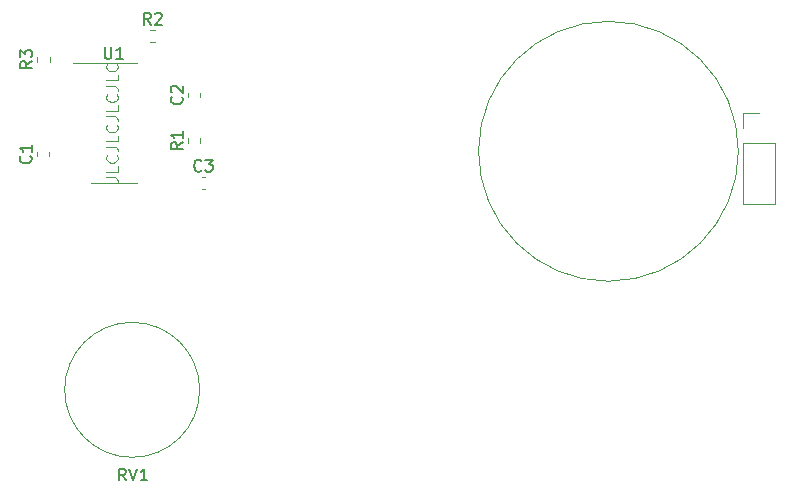
<source format=gbr>
%TF.GenerationSoftware,KiCad,Pcbnew,(5.1.9-0-10_14)*%
%TF.CreationDate,2021-02-13T20:36:48+01:00*%
%TF.ProjectId,f_buzzer,665f6275-7a7a-4657-922e-6b696361645f,rev?*%
%TF.SameCoordinates,Original*%
%TF.FileFunction,Legend,Top*%
%TF.FilePolarity,Positive*%
%FSLAX46Y46*%
G04 Gerber Fmt 4.6, Leading zero omitted, Abs format (unit mm)*
G04 Created by KiCad (PCBNEW (5.1.9-0-10_14)) date 2021-02-13 20:36:48*
%MOMM*%
%LPD*%
G01*
G04 APERTURE LIST*
%ADD10C,0.100000*%
%ADD11C,0.120000*%
%ADD12C,0.150000*%
G04 APERTURE END LIST*
D10*
X126292380Y-90359047D02*
X127006666Y-90359047D01*
X127149523Y-90406666D01*
X127244761Y-90501904D01*
X127292380Y-90644761D01*
X127292380Y-90740000D01*
X127292380Y-89406666D02*
X127292380Y-89882857D01*
X126292380Y-89882857D01*
X127197142Y-88501904D02*
X127244761Y-88549523D01*
X127292380Y-88692380D01*
X127292380Y-88787619D01*
X127244761Y-88930476D01*
X127149523Y-89025714D01*
X127054285Y-89073333D01*
X126863809Y-89120952D01*
X126720952Y-89120952D01*
X126530476Y-89073333D01*
X126435238Y-89025714D01*
X126340000Y-88930476D01*
X126292380Y-88787619D01*
X126292380Y-88692380D01*
X126340000Y-88549523D01*
X126387619Y-88501904D01*
X126292380Y-87787619D02*
X127006666Y-87787619D01*
X127149523Y-87835238D01*
X127244761Y-87930476D01*
X127292380Y-88073333D01*
X127292380Y-88168571D01*
X127292380Y-86835238D02*
X127292380Y-87311428D01*
X126292380Y-87311428D01*
X127197142Y-85930476D02*
X127244761Y-85978095D01*
X127292380Y-86120952D01*
X127292380Y-86216190D01*
X127244761Y-86359047D01*
X127149523Y-86454285D01*
X127054285Y-86501904D01*
X126863809Y-86549523D01*
X126720952Y-86549523D01*
X126530476Y-86501904D01*
X126435238Y-86454285D01*
X126340000Y-86359047D01*
X126292380Y-86216190D01*
X126292380Y-86120952D01*
X126340000Y-85978095D01*
X126387619Y-85930476D01*
X126292380Y-85216190D02*
X127006666Y-85216190D01*
X127149523Y-85263809D01*
X127244761Y-85359047D01*
X127292380Y-85501904D01*
X127292380Y-85597142D01*
X127292380Y-84263809D02*
X127292380Y-84740000D01*
X126292380Y-84740000D01*
X127197142Y-83359047D02*
X127244761Y-83406666D01*
X127292380Y-83549523D01*
X127292380Y-83644761D01*
X127244761Y-83787619D01*
X127149523Y-83882857D01*
X127054285Y-83930476D01*
X126863809Y-83978095D01*
X126720952Y-83978095D01*
X126530476Y-83930476D01*
X126435238Y-83882857D01*
X126340000Y-83787619D01*
X126292380Y-83644761D01*
X126292380Y-83549523D01*
X126340000Y-83406666D01*
X126387619Y-83359047D01*
X126292380Y-82644761D02*
X127006666Y-82644761D01*
X127149523Y-82692380D01*
X127244761Y-82787619D01*
X127292380Y-82930476D01*
X127292380Y-83025714D01*
X127292380Y-81692380D02*
X127292380Y-82168571D01*
X126292380Y-82168571D01*
X127197142Y-80787619D02*
X127244761Y-80835238D01*
X127292380Y-80978095D01*
X127292380Y-81073333D01*
X127244761Y-81216190D01*
X127149523Y-81311428D01*
X127054285Y-81359047D01*
X126863809Y-81406666D01*
X126720952Y-81406666D01*
X126530476Y-81359047D01*
X126435238Y-81311428D01*
X126340000Y-81216190D01*
X126292380Y-81073333D01*
X126292380Y-80978095D01*
X126340000Y-80835238D01*
X126387619Y-80787619D01*
D11*
%TO.C,U1*%
X126920000Y-90840000D02*
X128870000Y-90840000D01*
X126920000Y-90840000D02*
X124970000Y-90840000D01*
X126920000Y-80720000D02*
X128870000Y-80720000D01*
X126920000Y-80720000D02*
X123470000Y-80720000D01*
%TO.C,BZ2*%
X179820000Y-88170000D02*
G75*
G03*
X179820000Y-88170000I-11000000J0D01*
G01*
%TO.C,R3*%
X121512500Y-80627258D02*
X121512500Y-80152742D01*
X120467500Y-80627258D02*
X120467500Y-80152742D01*
%TO.C,R2*%
X129992742Y-78942500D02*
X130467258Y-78942500D01*
X129992742Y-77897500D02*
X130467258Y-77897500D01*
%TO.C,R1*%
X133217500Y-87012742D02*
X133217500Y-87487258D01*
X134262500Y-87012742D02*
X134262500Y-87487258D01*
%TO.C,C3*%
X134374420Y-91370000D02*
X134655580Y-91370000D01*
X134374420Y-90350000D02*
X134655580Y-90350000D01*
%TO.C,C2*%
X134260000Y-83540580D02*
X134260000Y-83259420D01*
X133240000Y-83540580D02*
X133240000Y-83259420D01*
%TO.C,C1*%
X120450000Y-88259420D02*
X120450000Y-88540580D01*
X121470000Y-88259420D02*
X121470000Y-88540580D01*
%TO.C,RV1*%
X134210000Y-108365000D02*
G75*
G03*
X134210000Y-108365000I-5715000J0D01*
G01*
%TO.C,REF\u002A\u002A*%
X180250000Y-84900000D02*
X181580000Y-84900000D01*
X180250000Y-86230000D02*
X180250000Y-84900000D01*
X180250000Y-87500000D02*
X182910000Y-87500000D01*
X182910000Y-87500000D02*
X182910000Y-92640000D01*
X180250000Y-87500000D02*
X180250000Y-92640000D01*
X180250000Y-92640000D02*
X182910000Y-92640000D01*
%TO.C,U1*%
D12*
X126158095Y-79332380D02*
X126158095Y-80141904D01*
X126205714Y-80237142D01*
X126253333Y-80284761D01*
X126348571Y-80332380D01*
X126539047Y-80332380D01*
X126634285Y-80284761D01*
X126681904Y-80237142D01*
X126729523Y-80141904D01*
X126729523Y-79332380D01*
X127729523Y-80332380D02*
X127158095Y-80332380D01*
X127443809Y-80332380D02*
X127443809Y-79332380D01*
X127348571Y-79475238D01*
X127253333Y-79570476D01*
X127158095Y-79618095D01*
%TO.C,R3*%
X120012380Y-80556666D02*
X119536190Y-80890000D01*
X120012380Y-81128095D02*
X119012380Y-81128095D01*
X119012380Y-80747142D01*
X119060000Y-80651904D01*
X119107619Y-80604285D01*
X119202857Y-80556666D01*
X119345714Y-80556666D01*
X119440952Y-80604285D01*
X119488571Y-80651904D01*
X119536190Y-80747142D01*
X119536190Y-81128095D01*
X119012380Y-80223333D02*
X119012380Y-79604285D01*
X119393333Y-79937619D01*
X119393333Y-79794761D01*
X119440952Y-79699523D01*
X119488571Y-79651904D01*
X119583809Y-79604285D01*
X119821904Y-79604285D01*
X119917142Y-79651904D01*
X119964761Y-79699523D01*
X120012380Y-79794761D01*
X120012380Y-80080476D01*
X119964761Y-80175714D01*
X119917142Y-80223333D01*
%TO.C,R2*%
X130063333Y-77442380D02*
X129730000Y-76966190D01*
X129491904Y-77442380D02*
X129491904Y-76442380D01*
X129872857Y-76442380D01*
X129968095Y-76490000D01*
X130015714Y-76537619D01*
X130063333Y-76632857D01*
X130063333Y-76775714D01*
X130015714Y-76870952D01*
X129968095Y-76918571D01*
X129872857Y-76966190D01*
X129491904Y-76966190D01*
X130444285Y-76537619D02*
X130491904Y-76490000D01*
X130587142Y-76442380D01*
X130825238Y-76442380D01*
X130920476Y-76490000D01*
X130968095Y-76537619D01*
X131015714Y-76632857D01*
X131015714Y-76728095D01*
X130968095Y-76870952D01*
X130396666Y-77442380D01*
X131015714Y-77442380D01*
%TO.C,R1*%
X132762380Y-87416666D02*
X132286190Y-87750000D01*
X132762380Y-87988095D02*
X131762380Y-87988095D01*
X131762380Y-87607142D01*
X131810000Y-87511904D01*
X131857619Y-87464285D01*
X131952857Y-87416666D01*
X132095714Y-87416666D01*
X132190952Y-87464285D01*
X132238571Y-87511904D01*
X132286190Y-87607142D01*
X132286190Y-87988095D01*
X132762380Y-86464285D02*
X132762380Y-87035714D01*
X132762380Y-86750000D02*
X131762380Y-86750000D01*
X131905238Y-86845238D01*
X132000476Y-86940476D01*
X132048095Y-87035714D01*
%TO.C,C3*%
X134348333Y-89787142D02*
X134300714Y-89834761D01*
X134157857Y-89882380D01*
X134062619Y-89882380D01*
X133919761Y-89834761D01*
X133824523Y-89739523D01*
X133776904Y-89644285D01*
X133729285Y-89453809D01*
X133729285Y-89310952D01*
X133776904Y-89120476D01*
X133824523Y-89025238D01*
X133919761Y-88930000D01*
X134062619Y-88882380D01*
X134157857Y-88882380D01*
X134300714Y-88930000D01*
X134348333Y-88977619D01*
X134681666Y-88882380D02*
X135300714Y-88882380D01*
X134967380Y-89263333D01*
X135110238Y-89263333D01*
X135205476Y-89310952D01*
X135253095Y-89358571D01*
X135300714Y-89453809D01*
X135300714Y-89691904D01*
X135253095Y-89787142D01*
X135205476Y-89834761D01*
X135110238Y-89882380D01*
X134824523Y-89882380D01*
X134729285Y-89834761D01*
X134681666Y-89787142D01*
%TO.C,C2*%
X132677142Y-83566666D02*
X132724761Y-83614285D01*
X132772380Y-83757142D01*
X132772380Y-83852380D01*
X132724761Y-83995238D01*
X132629523Y-84090476D01*
X132534285Y-84138095D01*
X132343809Y-84185714D01*
X132200952Y-84185714D01*
X132010476Y-84138095D01*
X131915238Y-84090476D01*
X131820000Y-83995238D01*
X131772380Y-83852380D01*
X131772380Y-83757142D01*
X131820000Y-83614285D01*
X131867619Y-83566666D01*
X131867619Y-83185714D02*
X131820000Y-83138095D01*
X131772380Y-83042857D01*
X131772380Y-82804761D01*
X131820000Y-82709523D01*
X131867619Y-82661904D01*
X131962857Y-82614285D01*
X132058095Y-82614285D01*
X132200952Y-82661904D01*
X132772380Y-83233333D01*
X132772380Y-82614285D01*
%TO.C,C1*%
X119887142Y-88576666D02*
X119934761Y-88624285D01*
X119982380Y-88767142D01*
X119982380Y-88862380D01*
X119934761Y-89005238D01*
X119839523Y-89100476D01*
X119744285Y-89148095D01*
X119553809Y-89195714D01*
X119410952Y-89195714D01*
X119220476Y-89148095D01*
X119125238Y-89100476D01*
X119030000Y-89005238D01*
X118982380Y-88862380D01*
X118982380Y-88767142D01*
X119030000Y-88624285D01*
X119077619Y-88576666D01*
X119982380Y-87624285D02*
X119982380Y-88195714D01*
X119982380Y-87910000D02*
X118982380Y-87910000D01*
X119125238Y-88005238D01*
X119220476Y-88100476D01*
X119268095Y-88195714D01*
%TO.C,RV1*%
X127974761Y-116032380D02*
X127641428Y-115556190D01*
X127403333Y-116032380D02*
X127403333Y-115032380D01*
X127784285Y-115032380D01*
X127879523Y-115080000D01*
X127927142Y-115127619D01*
X127974761Y-115222857D01*
X127974761Y-115365714D01*
X127927142Y-115460952D01*
X127879523Y-115508571D01*
X127784285Y-115556190D01*
X127403333Y-115556190D01*
X128260476Y-115032380D02*
X128593809Y-116032380D01*
X128927142Y-115032380D01*
X129784285Y-116032380D02*
X129212857Y-116032380D01*
X129498571Y-116032380D02*
X129498571Y-115032380D01*
X129403333Y-115175238D01*
X129308095Y-115270476D01*
X129212857Y-115318095D01*
%TD*%
M02*

</source>
